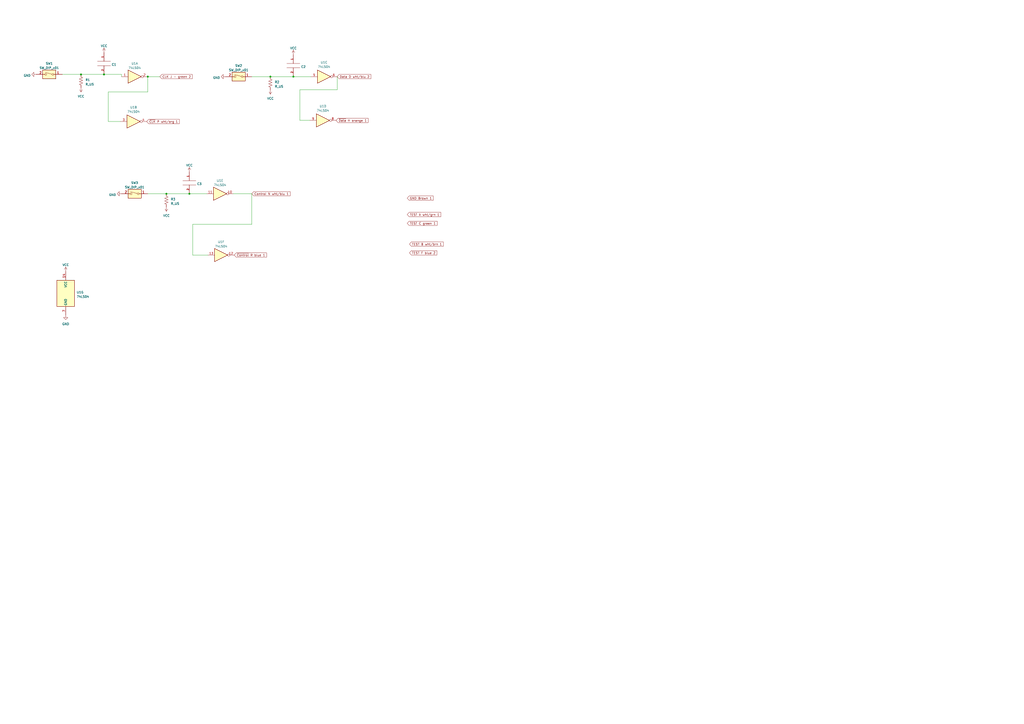
<source format=kicad_sch>
(kicad_sch (version 20230121) (generator eeschema)
  (paper "A2")
  (lib_symbols
    (symbol "74xx:74LS04"
      (property "Reference" "U" (at 0 1.27 0))
      (property "Value" "74LS04" (at 0 -1.27 0))
      (symbol "74LS04_1_0"
        (polyline (pts (xy -3.81 3.81) (xy -3.81 -3.81) (xy 3.81 0) (xy -3.81 3.81)) (stroke (width 0.254)) (fill (type background)))
        (pin input line (at -7.62 0 0) (length 3.81) (name "~") (number "1"))
        (pin output inverted (at 7.62 0 180) (length 3.81) (name "~") (number "2"))
      )
      (symbol "74LS04_2_0"
        (polyline (pts (xy -3.81 3.81) (xy -3.81 -3.81) (xy 3.81 0) (xy -3.81 3.81)) (stroke (width 0.254)) (fill (type background)))
        (pin input line (at -7.62 0 0) (length 3.81) (name "~") (number "3"))
        (pin output inverted (at 7.62 0 180) (length 3.81) (name "~") (number "4"))
      )
      (symbol "74LS04_3_0"
        (polyline (pts (xy -3.81 3.81) (xy -3.81 -3.81) (xy 3.81 0) (xy -3.81 3.81)) (stroke (width 0.254)) (fill (type background)))
        (pin input line (at -7.62 0 0) (length 3.81) (name "~") (number "5"))
        (pin output inverted (at 7.62 0 180) (length 3.81) (name "~") (number "6"))
      )
      (symbol "74LS04_4_0"
        (polyline (pts (xy -3.81 3.81) (xy -3.81 -3.81) (xy 3.81 0) (xy -3.81 3.81)) (stroke (width 0.254)) (fill (type background)))
        (pin output inverted (at 7.62 0 180) (length 3.81) (name "~") (number "8"))
        (pin input line (at -7.62 0 0) (length 3.81) (name "~") (number "9"))
      )
      (symbol "74LS04_5_0"
        (polyline (pts (xy -3.81 3.81) (xy -3.81 -3.81) (xy 3.81 0) (xy -3.81 3.81)) (stroke (width 0.254)) (fill (type background)))
        (pin output inverted (at 7.62 0 180) (length 3.81) (name "~") (number "10"))
        (pin input line (at -7.62 0 0) (length 3.81) (name "~") (number "11"))
      )
      (symbol "74LS04_6_0"
        (polyline (pts (xy -3.81 3.81) (xy -3.81 -3.81) (xy 3.81 0) (xy -3.81 3.81)) (stroke (width 0.254)) (fill (type background)))
        (pin output inverted (at 7.62 0 180) (length 3.81) (name "~") (number "12"))
        (pin input line (at -7.62 0 0) (length 3.81) (name "~") (number "13"))
      )
      (symbol "74LS04_7_0"
        (pin power_in line (at 0 12.7 270) (length 5.08) (name "VCC") (number "14"))
        (pin power_in line (at 0 -12.7 90) (length 5.08) (name "GND") (number "7"))
      )
      (symbol "74LS04_7_1"
        (rectangle (start -5.08 7.62) (end 5.08 -7.62) (stroke (width 0.254)) (fill (type background)))
      )
    )
    (symbol "Device:R_US" (pin_numbers hide) (pin_names (offset 0))
      (property "Reference" "R" (at 2.54 0 90))
      (property "Value" "R_US" (at -2.54 0 90))
      (symbol "R_US_0_1"
        (polyline (pts (xy 0 -2.286) (xy 0 -2.54)))
        (polyline (pts (xy 0 2.286) (xy 0 2.54)))
        (polyline (pts (xy 0 -0.762) (xy 1.016 -1.143) (xy 0 -1.524) (xy -1.016 -1.905) (xy 0 -2.286)))
        (polyline (pts (xy 0 0.762) (xy 1.016 0.381) (xy 0 0) (xy -1.016 -0.381) (xy 0 -0.762)))
        (polyline (pts (xy 0 2.286) (xy 1.016 1.905) (xy 0 1.524) (xy -1.016 1.143) (xy 0 0.762)))
      )
      (symbol "R_US_1_1"
        (pin passive line (at 0 3.81 270) (length 1.27) (name "~") (number "1"))
        (pin passive line (at 0 -3.81 90) (length 1.27) (name "~") (number "2"))
      )
    )
    (symbol "ForgottenMachines:CAP_Disc_Common_-_Entrex_Trapezoid" (pin_names (offset 0.254))
      (property "Reference" "C49" (at -1.27 0 0))
      (symbol "CAP_Disc_Common_-_Entrex_Trapezoid_0_1"
        (polyline (pts (xy -3.81 -1.27) (xy 3.81 -1.27)))
        (polyline (pts (xy -3.81 1.27) (xy 3.81 1.27)))
      )
      (symbol "CAP_Disc_Common_-_Entrex_Trapezoid_1_1"
        (pin passive line (at 0 6.35 270) (length 5.08) (name "~") (number "1"))
        (pin passive line (at 0 -6.35 90) (length 5.08) (name "~") (number "2"))
      )
    )
    (symbol "Switch:SW_DIP_x01" (pin_names (offset 0) hide)
      (property "Reference" "SW" (at 0 3.81 0))
      (property "Value" "SW_DIP_x01" (at 0 -3.81 0))
      (symbol "SW_DIP_x01_0_0"
        (circle (center -2.032 0) (radius 0.508))
        (polyline (pts (xy -1.524 0.127) (xy 2.3622 1.1684)))
        (circle (center 2.032 0) (radius 0.508))
      )
      (symbol "SW_DIP_x01_0_1"
        (rectangle (start -3.81 2.54) (end 3.81 -2.54) (stroke (width 0.254)) (fill (type background)))
      )
      (symbol "SW_DIP_x01_1_1"
        (pin passive line (at -7.62 0 0) (length 5.08) (name "~") (number "1"))
        (pin passive line (at 7.62 0 180) (length 5.08) (name "~") (number "2"))
      )
    )
    (symbol "power:GND" (power) (pin_names (offset 0))
      (property "Value" "GND" (at 0 -3.81 0))
      (symbol "GND_0_1"
        (polyline (pts (xy 0 0) (xy 0 -1.27) (xy 1.27 -1.27) (xy 0 -2.54) (xy -1.27 -1.27) (xy 0 -1.27)))
      )
      (symbol "GND_1_1"
        (pin power_in line (at 0 0 270) (length 0) hide (name "GND") (number "1"))
      )
    )
    (symbol "power:VCC" (power) (pin_names (offset 0))
      (property "Value" "VCC" (at 0 3.81 0))
      (symbol "VCC_0_1"
        (polyline (pts (xy -0.762 1.27) (xy 0 2.54)))
        (polyline (pts (xy 0 0) (xy 0 2.54)))
        (polyline (pts (xy 0 2.54) (xy 0.762 1.27)))
      )
      (symbol "VCC_1_1"
        (pin power_in line (at 0 0 90) (length 0) hide (name "VCC") (number "1"))
      )
    )
  )
  (junction (at 60.325 43.18))
  (junction (at 109.855 112.395))
  (junction (at 85.725 44.45))
  (junction (at 46.99 43.18))
  (junction (at 170.18 44.45))
  (junction (at 156.845 44.45))
  (junction (at 96.52 112.395))
  (wire (pts (xy 36.195 43.18) (xy 46.99 43.18)))
  (wire (pts (xy 111.76 130.175) (xy 111.76 147.955)))
  (wire (pts (xy 173.99 69.85) (xy 179.705 69.85)))
  (wire (pts (xy 146.05 44.45) (xy 156.845 44.45)))
  (wire (pts (xy 85.725 44.45) (xy 85.725 53.34)))
  (wire (pts (xy 173.99 52.07) (xy 173.99 69.85)))
  (wire (pts (xy 85.725 53.34) (xy 62.865 53.34)))
  (wire (pts (xy 60.325 43.18) (xy 70.485 43.18)))
  (wire (pts (xy 195.58 44.45) (xy 195.58 52.07)))
  (wire (pts (xy 170.18 44.45) (xy 180.34 44.45)))
  (wire (pts (xy 85.725 112.395) (xy 96.52 112.395)))
  (wire (pts (xy 70.485 43.18) (xy 70.485 44.45)))
  (wire (pts (xy 146.05 112.395) (xy 146.05 130.175)))
  (wire (pts (xy 62.865 53.34) (xy 62.865 70.485)))
  (wire (pts (xy 156.845 44.45) (xy 170.18 44.45)))
  (wire (pts (xy 109.855 112.395) (xy 120.015 112.395)))
  (wire (pts (xy 111.76 147.955) (xy 120.65 147.955)))
  (wire (pts (xy 96.52 112.395) (xy 109.855 112.395)))
  (wire (pts (xy 195.58 52.07) (xy 173.99 52.07)))
  (wire (pts (xy 146.05 130.175) (xy 111.76 130.175)))
  (wire (pts (xy 135.255 112.395) (xy 146.05 112.395)))
  (wire (pts (xy 85.725 44.45) (xy 92.71 44.45)))
  (wire (pts (xy 46.99 43.18) (xy 60.325 43.18)))
  (wire (pts (xy 62.865 70.485) (xy 69.85 70.485)))
  (global_label "~{Data} H orange 1" (shape input) (at 194.945 69.85 0) (property "Intersheetrefs" "${INTERSHEET_REFS}" (effects hide)))
  (global_label "~{Control} R blue 1" (shape input) (at 135.89 147.955 0) (property "Intersheetrefs" "${INTERSHEET_REFS}" (effects hide)))
  (global_label "Control N wht{slash}blu 1" (shape input) (at 146.05 112.395 0) (property "Intersheetrefs" "${INTERSHEET_REFS}" (effects hide)))
  (global_label "CLK J - green 2" (shape input) (at 92.71 44.45 0) (property "Intersheetrefs" "${INTERSHEET_REFS}" (effects hide)))
  (global_label "GND Brown 1" (shape input) (at 236.22 114.935 0) (property "Intersheetrefs" "${INTERSHEET_REFS}" (effects hide)))
  (global_label "TEST C green 1" (shape input) (at 236.22 129.54 0) (property "Intersheetrefs" "${INTERSHEET_REFS}" (effects hide)))
  (global_label "TEST A wht{slash}grn 1" (shape input) (at 236.22 124.46 0) (property "Intersheetrefs" "${INTERSHEET_REFS}" (effects hide)))
  (global_label "TEST B wht{slash}brn 1" (shape input) (at 237.49 141.605 0) (property "Intersheetrefs" "${INTERSHEET_REFS}" (effects hide)))
  (global_label "~{CLK} P wht{slash}org 1" (shape input) (at 85.09 70.485 0) (property "Intersheetrefs" "${INTERSHEET_REFS}" (effects hide)))
  (global_label "TEST F blue 2" (shape input) (at 237.49 146.685 0) (property "Intersheetrefs" "${INTERSHEET_REFS}" (effects hide)))
  (global_label "Data D wht{slash}blu 2" (shape input) (at 195.58 44.45 0) (property "Intersheetrefs" "${INTERSHEET_REFS}" (effects hide)))
  (symbol (lib_id "74xx:74LS04") (at 187.325 69.85 0) (unit 4)
    (property "Reference" "U1" (at 187.325 61.595 0))
    (property "Value" "74LS04" (at 187.325 64.135 0))
    (property "Datasheet" "http://www.ti.com/lit/gpn/sn74LS04" (effects hide))
  )
  (symbol (lib_id "Switch:SW_DIP_x01") (at 138.43 44.45 0) (mirror y) (unit 1)
    (property "Reference" "SW2" (at 138.43 38.1 0))
    (property "Value" "SW_DIP_x01" (at 138.43 40.64 0))
  )
  (symbol (lib_id "Device:R_US") (at 46.99 46.99 0) (unit 1)
    (property "Reference" "R1" (at 49.53 46.355 0) (effects (justify left)))
    (property "Value" "R_US" (at 49.53 48.895 0) (effects (justify left)))
  )
  (symbol (lib_id "power:VCC") (at 38.1 157.48 0) (unit 1)
    (property "Reference" "#PWR08" (effects hide))
    (property "Value" "VCC" (at 38.1 153.67 0))
  )
  (symbol (lib_id "power:VCC") (at 60.325 30.48 0) (unit 1)
    (property "Reference" "#PWR09" (effects hide))
    (property "Value" "VCC" (at 60.325 26.67 0))
  )
  (symbol (lib_id "ForgottenMachines:CAP_Disc_Common_-_Entrex_Trapezoid") (at 109.855 106.045 0) (unit 1)
    (property "Reference" "C3" (at 114.3 106.68 0) (effects (justify left)))
    (property "Value" "CAP_Disc_Common_-_Entrex_Trapezoid" (effects hide))
    (property "Footprint" "Forgotten Machines:Disc Capacitor Common Entrex Trapezoid" (effects hide))
  )
  (symbol (lib_id "power:VCC") (at 46.99 50.8 180) (unit 1)
    (property "Reference" "#PWR01" (effects hide))
    (property "Value" "VCC" (at 46.99 55.88 0))
  )
  (symbol (lib_id "Device:R_US") (at 96.52 116.205 0) (unit 1)
    (property "Reference" "R3" (at 99.06 115.57 0) (effects (justify left)))
    (property "Value" "R_US" (at 99.06 118.11 0) (effects (justify left)))
  )
  (symbol (lib_id "power:GND") (at 20.955 43.18 270) (unit 1)
    (property "Reference" "#PWR02" (effects hide))
    (property "Value" "GND" (at 17.78 43.815 90) (effects (justify right)))
  )
  (symbol (lib_id "power:VCC") (at 156.845 52.07 180) (unit 1)
    (property "Reference" "#PWR04" (effects hide))
    (property "Value" "VCC" (at 156.845 57.15 0))
  )
  (symbol (lib_id "power:VCC") (at 96.52 120.015 180) (unit 1)
    (property "Reference" "#PWR06" (effects hide))
    (property "Value" "VCC" (at 96.52 125.095 0))
  )
  (symbol (lib_id "74xx:74LS04") (at 187.96 44.45 0) (unit 3)
    (property "Reference" "U1" (at 187.96 36.195 0))
    (property "Value" "74LS04" (at 187.96 38.735 0))
    (property "Datasheet" "http://www.ti.com/lit/gpn/sn74LS04" (effects hide))
  )
  (symbol (lib_id "74xx:74LS04") (at 77.47 70.485 0) (unit 2)
    (property "Reference" "U1" (at 77.47 62.23 0))
    (property "Value" "74LS04" (at 77.47 64.77 0))
    (property "Datasheet" "http://www.ti.com/lit/gpn/sn74LS04" (effects hide))
  )
  (symbol (lib_id "74xx:74LS04") (at 78.105 44.45 0) (unit 1)
    (property "Reference" "U1" (at 78.105 36.83 0))
    (property "Value" "74LS04" (at 78.105 39.37 0))
    (property "Datasheet" "http://www.ti.com/lit/gpn/sn74LS04" (effects hide))
  )
  (symbol (lib_id "Switch:SW_DIP_x01") (at 78.105 112.395 0) (mirror y) (unit 1)
    (property "Reference" "SW3" (at 78.105 106.045 0))
    (property "Value" "SW_DIP_x01" (at 78.105 108.585 0))
  )
  (symbol (lib_id "power:GND") (at 38.1 182.88 0) (unit 1)
    (property "Reference" "#PWR07" (effects hide))
    (property "Value" "GND" (at 38.1 187.96 0))
  )
  (symbol (lib_id "power:GND") (at 130.81 44.45 270) (unit 1)
    (property "Reference" "#PWR03" (effects hide))
    (property "Value" "GND" (at 127.635 45.085 90) (effects (justify right)))
  )
  (symbol (lib_id "ForgottenMachines:CAP_Disc_Common_-_Entrex_Trapezoid") (at 170.18 38.1 0) (unit 1)
    (property "Reference" "C2" (at 174.625 38.735 0) (effects (justify left)))
    (property "Value" "CAP_Disc_Common_-_Entrex_Trapezoid" (effects hide))
    (property "Footprint" "Forgotten Machines:Disc Capacitor Common Entrex Trapezoid" (effects hide))
  )
  (symbol (lib_id "ForgottenMachines:CAP_Disc_Common_-_Entrex_Trapezoid") (at 60.325 36.83 0) (unit 1)
    (property "Reference" "C1" (at 64.77 37.465 0) (effects (justify left)))
    (property "Value" "CAP_Disc_Common_-_Entrex_Trapezoid" (effects hide))
    (property "Footprint" "Forgotten Machines:Disc Capacitor Common Entrex Trapezoid" (effects hide))
  )
  (symbol (lib_id "power:VCC") (at 109.855 99.695 0) (unit 1)
    (property "Reference" "#PWR011" (effects hide))
    (property "Value" "VCC" (at 109.855 95.885 0))
  )
  (symbol (lib_id "74xx:74LS04") (at 38.1 170.18 0) (unit 7)
    (property "Reference" "U1" (at 44.45 169.545 0) (effects (justify left)))
    (property "Value" "74LS04" (at 44.45 172.085 0) (effects (justify left)))
    (property "Datasheet" "http://www.ti.com/lit/gpn/sn74LS04" (effects hide))
  )
  (symbol (lib_id "Switch:SW_DIP_x01") (at 28.575 43.18 0) (mirror y) (unit 1)
    (property "Reference" "SW1" (at 28.575 36.83 0))
    (property "Value" "SW_DIP_x01" (at 28.575 39.37 0))
  )
  (symbol (lib_id "Device:R_US") (at 156.845 48.26 0) (unit 1)
    (property "Reference" "R2" (at 159.385 47.625 0) (effects (justify left)))
    (property "Value" "R_US" (at 159.385 50.165 0) (effects (justify left)))
  )
  (symbol (lib_id "power:VCC") (at 170.18 31.75 0) (unit 1)
    (property "Reference" "#PWR010" (effects hide))
    (property "Value" "VCC" (at 170.18 27.94 0))
  )
  (symbol (lib_id "74xx:74LS04") (at 127.635 112.395 0) (unit 5)
    (property "Reference" "U1" (at 127.635 104.775 0))
    (property "Value" "74LS04" (at 127.635 107.315 0))
    (property "Datasheet" "http://www.ti.com/lit/gpn/sn74LS04" (effects hide))
  )
  (symbol (lib_id "74xx:74LS04") (at 128.27 147.955 0) (unit 6)
    (property "Reference" "U1" (at 128.27 140.335 0))
    (property "Value" "74LS04" (at 128.27 142.875 0))
    (property "Datasheet" "http://www.ti.com/lit/gpn/sn74LS04" (effects hide))
  )
  (symbol (lib_id "power:GND") (at 70.485 112.395 270) (unit 1)
    (property "Reference" "#PWR05" (effects hide))
    (property "Value" "GND" (at 67.31 113.03 90) (effects (justify right)))
  )
)
</source>
